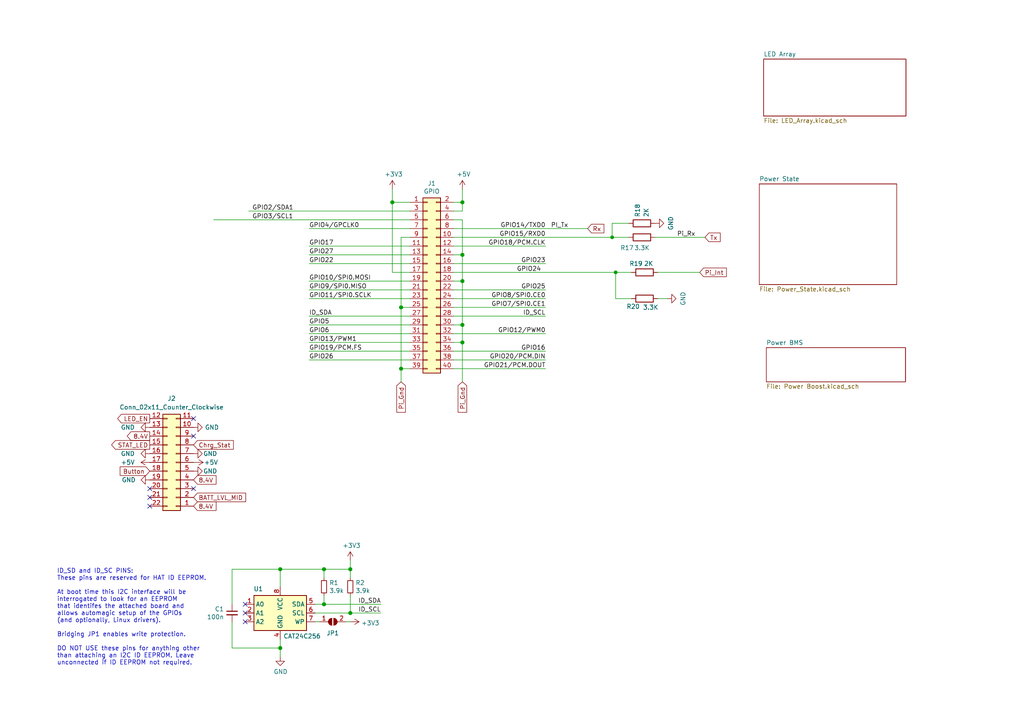
<source format=kicad_sch>
(kicad_sch (version 20230121) (generator eeschema)
  (paper "A4")
  (title_block (title "OpenActionCam") (date "2025-04-10") (rev "0.2") (company "KBader94") (comment 1 "https://github.com/kbader94/OpenActionCam"))
  (lib_symbols
    (symbol "+5V_1" (power) (pin_names (offset 0))
      (property "Value" "+5V_1" (at 0 3.556 0))
      (symbol "+5V_1_0_1"
        (polyline (pts (xy -0.762 1.27) (xy 0 2.54)))
        (polyline (pts (xy 0 0) (xy 0 2.54)))
        (polyline (pts (xy 0 2.54) (xy 0.762 1.27)))
      )
      (symbol "+5V_1_1_1"
        (pin power_in line (at 0 0 90) (length 0) hide (name "+5V") (number "1"))
      )
    )
    (symbol "Connector_Generic:Conn_02x11_Counter_Clockwise" (pin_names (offset 1.016) hide)
      (property "Reference" "J" (at 1.27 15.24 0))
      (property "Value" "Conn_02x11_Counter_Clockwise" (at 1.27 -15.24 0))
      (symbol "Conn_02x11_Counter_Clockwise_1_1"
        (rectangle (start -1.27 -12.573) (end 0 -12.827) (stroke (width 0.1524)))
        (rectangle (start -1.27 -10.033) (end 0 -10.287) (stroke (width 0.1524)))
        (rectangle (start -1.27 -7.493) (end 0 -7.747) (stroke (width 0.1524)))
        (rectangle (start -1.27 -4.953) (end 0 -5.207) (stroke (width 0.1524)))
        (rectangle (start -1.27 -2.413) (end 0 -2.667) (stroke (width 0.1524)))
        (rectangle (start -1.27 0.127) (end 0 -0.127) (stroke (width 0.1524)))
        (rectangle (start -1.27 2.667) (end 0 2.413) (stroke (width 0.1524)))
        (rectangle (start -1.27 5.207) (end 0 4.953) (stroke (width 0.1524)))
        (rectangle (start -1.27 7.747) (end 0 7.493) (stroke (width 0.1524)))
        (rectangle (start -1.27 10.287) (end 0 10.033) (stroke (width 0.1524)))
        (rectangle (start -1.27 12.827) (end 0 12.573) (stroke (width 0.1524)))
        (rectangle (start -1.27 13.97) (end 3.81 -13.97) (stroke (width 0.254)) (fill (type background)))
        (rectangle (start 3.81 -12.573) (end 2.54 -12.827) (stroke (width 0.1524)))
        (rectangle (start 3.81 -10.033) (end 2.54 -10.287) (stroke (width 0.1524)))
        (rectangle (start 3.81 -7.493) (end 2.54 -7.747) (stroke (width 0.1524)))
        (rectangle (start 3.81 -4.953) (end 2.54 -5.207) (stroke (width 0.1524)))
        (rectangle (start 3.81 -2.413) (end 2.54 -2.667) (stroke (width 0.1524)))
        (rectangle (start 3.81 0.127) (end 2.54 -0.127) (stroke (width 0.1524)))
        (rectangle (start 3.81 2.667) (end 2.54 2.413) (stroke (width 0.1524)))
        (rectangle (start 3.81 5.207) (end 2.54 4.953) (stroke (width 0.1524)))
        (rectangle (start 3.81 7.747) (end 2.54 7.493) (stroke (width 0.1524)))
        (rectangle (start 3.81 10.287) (end 2.54 10.033) (stroke (width 0.1524)))
        (rectangle (start 3.81 12.827) (end 2.54 12.573) (stroke (width 0.1524)))
        (pin passive line (at -5.08 12.7 0) (length 3.81) (name "Pin_1") (number "1"))
        (pin passive line (at -5.08 -10.16 0) (length 3.81) (name "Pin_10") (number "10"))
        (pin passive line (at -5.08 -12.7 0) (length 3.81) (name "Pin_11") (number "11"))
        (pin passive line (at 7.62 -12.7 180) (length 3.81) (name "Pin_12") (number "12"))
        (pin passive line (at 7.62 -10.16 180) (length 3.81) (name "Pin_13") (number "13"))
        (pin passive line (at 7.62 -7.62 180) (length 3.81) (name "Pin_14") (number "14"))
        (pin passive line (at 7.62 -5.08 180) (length 3.81) (name "Pin_15") (number "15"))
        (pin passive line (at 7.62 -2.54 180) (length 3.81) (name "Pin_16") (number "16"))
        (pin passive line (at 7.62 0 180) (length 3.81) (name "Pin_17") (number "17"))
        (pin passive line (at 7.62 2.54 180) (length 3.81) (name "Pin_18") (number "18"))
        (pin passive line (at 7.62 5.08 180) (length 3.81) (name "Pin_19") (number "19"))
        (pin passive line (at -5.08 10.16 0) (length 3.81) (name "Pin_2") (number "2"))
        (pin passive line (at 7.62 7.62 180) (length 3.81) (name "Pin_20") (number "20"))
        (pin passive line (at 7.62 10.16 180) (length 3.81) (name "Pin_21") (number "21"))
        (pin passive line (at 7.62 12.7 180) (length 3.81) (name "Pin_22") (number "22"))
        (pin passive line (at -5.08 7.62 0) (length 3.81) (name "Pin_3") (number "3"))
        (pin passive line (at -5.08 5.08 0) (length 3.81) (name "Pin_4") (number "4"))
        (pin passive line (at -5.08 2.54 0) (length 3.81) (name "Pin_5") (number "5"))
        (pin passive line (at -5.08 0 0) (length 3.81) (name "Pin_6") (number "6"))
        (pin passive line (at -5.08 -2.54 0) (length 3.81) (name "Pin_7") (number "7"))
        (pin passive line (at -5.08 -5.08 0) (length 3.81) (name "Pin_8") (number "8"))
        (pin passive line (at -5.08 -7.62 0) (length 3.81) (name "Pin_9") (number "9"))
      )
    )
    (symbol "Connector_Generic:Conn_02x20_Odd_Even" (pin_names (offset 1.016) hide)
      (property "Reference" "J" (at 1.27 25.4 0))
      (property "Value" "Conn_02x20_Odd_Even" (at 1.27 -27.94 0))
      (symbol "Conn_02x20_Odd_Even_1_1"
        (rectangle (start -1.27 -25.273) (end 0 -25.527) (stroke (width 0.1524)))
        (rectangle (start -1.27 -22.733) (end 0 -22.987) (stroke (width 0.1524)))
        (rectangle (start -1.27 -20.193) (end 0 -20.447) (stroke (width 0.1524)))
        (rectangle (start -1.27 -17.653) (end 0 -17.907) (stroke (width 0.1524)))
        (rectangle (start -1.27 -15.113) (end 0 -15.367) (stroke (width 0.1524)))
        (rectangle (start -1.27 -12.573) (end 0 -12.827) (stroke (width 0.1524)))
        (rectangle (start -1.27 -10.033) (end 0 -10.287) (stroke (width 0.1524)))
        (rectangle (start -1.27 -7.493) (end 0 -7.747) (stroke (width 0.1524)))
        (rectangle (start -1.27 -4.953) (end 0 -5.207) (stroke (width 0.1524)))
        (rectangle (start -1.27 -2.413) (end 0 -2.667) (stroke (width 0.1524)))
        (rectangle (start -1.27 0.127) (end 0 -0.127) (stroke (width 0.1524)))
        (rectangle (start -1.27 2.667) (end 0 2.413) (stroke (width 0.1524)))
        (rectangle (start -1.27 5.207) (end 0 4.953) (stroke (width 0.1524)))
        (rectangle (start -1.27 7.747) (end 0 7.493) (stroke (width 0.1524)))
        (rectangle (start -1.27 10.287) (end 0 10.033) (stroke (width 0.1524)))
        (rectangle (start -1.27 12.827) (end 0 12.573) (stroke (width 0.1524)))
        (rectangle (start -1.27 15.367) (end 0 15.113) (stroke (width 0.1524)))
        (rectangle (start -1.27 17.907) (end 0 17.653) (stroke (width 0.1524)))
        (rectangle (start -1.27 20.447) (end 0 20.193) (stroke (width 0.1524)))
        (rectangle (start -1.27 22.987) (end 0 22.733) (stroke (width 0.1524)))
        (rectangle (start -1.27 24.13) (end 3.81 -26.67) (stroke (width 0.254)) (fill (type background)))
        (rectangle (start 3.81 -25.273) (end 2.54 -25.527) (stroke (width 0.1524)))
        (rectangle (start 3.81 -22.733) (end 2.54 -22.987) (stroke (width 0.1524)))
        (rectangle (start 3.81 -20.193) (end 2.54 -20.447) (stroke (width 0.1524)))
        (rectangle (start 3.81 -17.653) (end 2.54 -17.907) (stroke (width 0.1524)))
        (rectangle (start 3.81 -15.113) (end 2.54 -15.367) (stroke (width 0.1524)))
        (rectangle (start 3.81 -12.573) (end 2.54 -12.827) (stroke (width 0.1524)))
        (rectangle (start 3.81 -10.033) (end 2.54 -10.287) (stroke (width 0.1524)))
        (rectangle (start 3.81 -7.493) (end 2.54 -7.747) (stroke (width 0.1524)))
        (rectangle (start 3.81 -4.953) (end 2.54 -5.207) (stroke (width 0.1524)))
        (rectangle (start 3.81 -2.413) (end 2.54 -2.667) (stroke (width 0.1524)))
        (rectangle (start 3.81 0.127) (end 2.54 -0.127) (stroke (width 0.1524)))
        (rectangle (start 3.81 2.667) (end 2.54 2.413) (stroke (width 0.1524)))
        (rectangle (start 3.81 5.207) (end 2.54 4.953) (stroke (width 0.1524)))
        (rectangle (start 3.81 7.747) (end 2.54 7.493) (stroke (width 0.1524)))
        (rectangle (start 3.81 10.287) (end 2.54 10.033) (stroke (width 0.1524)))
        (rectangle (start 3.81 12.827) (end 2.54 12.573) (stroke (width 0.1524)))
        (rectangle (start 3.81 15.367) (end 2.54 15.113) (stroke (width 0.1524)))
        (rectangle (start 3.81 17.907) (end 2.54 17.653) (stroke (width 0.1524)))
        (rectangle (start 3.81 20.447) (end 2.54 20.193) (stroke (width 0.1524)))
        (rectangle (start 3.81 22.987) (end 2.54 22.733) (stroke (width 0.1524)))
        (pin passive line (at -5.08 22.86 0) (length 3.81) (name "Pin_1") (number "1"))
        (pin passive line (at 7.62 12.7 180) (length 3.81) (name "Pin_10") (number "10"))
        (pin passive line (at -5.08 10.16 0) (length 3.81) (name "Pin_11") (number "11"))
        (pin passive line (at 7.62 10.16 180) (length 3.81) (name "Pin_12") (number "12"))
        (pin passive line (at -5.08 7.62 0) (length 3.81) (name "Pin_13") (number "13"))
        (pin passive line (at 7.62 7.62 180) (length 3.81) (name "Pin_14") (number "14"))
        (pin passive line (at -5.08 5.08 0) (length 3.81) (name "Pin_15") (number "15"))
        (pin passive line (at 7.62 5.08 180) (length 3.81) (name "Pin_16") (number "16"))
        (pin passive line (at -5.08 2.54 0) (length 3.81) (name "Pin_17") (number "17"))
        (pin passive line (at 7.62 2.54 180) (length 3.81) (name "Pin_18") (number "18"))
        (pin passive line (at -5.08 0 0) (length 3.81) (name "Pin_19") (number "19"))
        (pin passive line (at 7.62 22.86 180) (length 3.81) (name "Pin_2") (number "2"))
        (pin passive line (at 7.62 0 180) (length 3.81) (name "Pin_20") (number "20"))
        (pin passive line (at -5.08 -2.54 0) (length 3.81) (name "Pin_21") (number "21"))
        (pin passive line (at 7.62 -2.54 180) (length 3.81) (name "Pin_22") (number "22"))
        (pin passive line (at -5.08 -5.08 0) (length 3.81) (name "Pin_23") (number "23"))
        (pin passive line (at 7.62 -5.08 180) (length 3.81) (name "Pin_24") (number "24"))
        (pin passive line (at -5.08 -7.62 0) (length 3.81) (name "Pin_25") (number "25"))
        (pin passive line (at 7.62 -7.62 180) (length 3.81) (name "Pin_26") (number "26"))
        (pin passive line (at -5.08 -10.16 0) (length 3.81) (name "Pin_27") (number "27"))
        (pin passive line (at 7.62 -10.16 180) (length 3.81) (name "Pin_28") (number "28"))
        (pin passive line (at -5.08 -12.7 0) (length 3.81) (name "Pin_29") (number "29"))
        (pin passive line (at -5.08 20.32 0) (length 3.81) (name "Pin_3") (number "3"))
        (pin passive line (at 7.62 -12.7 180) (length 3.81) (name "Pin_30") (number "30"))
        (pin passive line (at -5.08 -15.24 0) (length 3.81) (name "Pin_31") (number "31"))
        (pin passive line (at 7.62 -15.24 180) (length 3.81) (name "Pin_32") (number "32"))
        (pin passive line (at -5.08 -17.78 0) (length 3.81) (name "Pin_33") (number "33"))
        (pin passive line (at 7.62 -17.78 180) (length 3.81) (name "Pin_34") (number "34"))
        (pin passive line (at -5.08 -20.32 0) (length 3.81) (name "Pin_35") (number "35"))
        (pin passive line (at 7.62 -20.32 180) (length 3.81) (name "Pin_36") (number "36"))
        (pin passive line (at -5.08 -22.86 0) (length 3.81) (name "Pin_37") (number "37"))
        (pin passive line (at 7.62 -22.86 180) (length 3.81) (name "Pin_38") (number "38"))
        (pin passive line (at -5.08 -25.4 0) (length 3.81) (name "Pin_39") (number "39"))
        (pin passive line (at 7.62 20.32 180) (length 3.81) (name "Pin_4") (number "4"))
        (pin passive line (at 7.62 -25.4 180) (length 3.81) (name "Pin_40") (number "40"))
        (pin passive line (at -5.08 17.78 0) (length 3.81) (name "Pin_5") (number "5"))
        (pin passive line (at 7.62 17.78 180) (length 3.81) (name "Pin_6") (number "6"))
        (pin passive line (at -5.08 15.24 0) (length 3.81) (name "Pin_7") (number "7"))
        (pin passive line (at 7.62 15.24 180) (length 3.81) (name "Pin_8") (number "8"))
        (pin passive line (at -5.08 12.7 0) (length 3.81) (name "Pin_9") (number "9"))
      )
    )
    (symbol "Device:C_Small" (pin_numbers hide) (pin_names (offset 0.254) hide)
      (property "Reference" "C" (at 0.254 1.778 0))
      (property "Value" "C_Small" (at 0.254 -2.032 0))
      (symbol "C_Small_0_1"
        (polyline (pts (xy -1.524 -0.508) (xy 1.524 -0.508)) (stroke (width 0.3302)))
        (polyline (pts (xy -1.524 0.508) (xy 1.524 0.508)) (stroke (width 0.3048)))
      )
      (symbol "C_Small_1_1"
        (pin passive line (at 0 2.54 270) (length 2.032) (name "~") (number "1"))
        (pin passive line (at 0 -2.54 90) (length 2.032) (name "~") (number "2"))
      )
    )
    (symbol "Device:R" (pin_numbers hide) (pin_names (offset 0))
      (property "Reference" "R" (at 2.032 0 90))
      (property "Value" "R" (at 0 0 90))
      (symbol "R_0_1"
        (rectangle (start -1.016 -2.54) (end 1.016 2.54) (stroke (width 0.254)))
      )
      (symbol "R_1_1"
        (pin passive line (at 0 3.81 270) (length 1.27) (name "~") (number "1"))
        (pin passive line (at 0 -3.81 90) (length 1.27) (name "~") (number "2"))
      )
    )
    (symbol "Device:R_Small" (pin_numbers hide) (pin_names (offset 0.254) hide)
      (property "Reference" "R" (at 0.762 0.508 0))
      (property "Value" "R_Small" (at 0.762 -1.016 0))
      (symbol "R_Small_0_1"
        (rectangle (start -0.762 1.778) (end 0.762 -1.778) (stroke (width 0.2032)))
      )
      (symbol "R_Small_1_1"
        (pin passive line (at 0 2.54 270) (length 0.762) (name "~") (number "1"))
        (pin passive line (at 0 -2.54 90) (length 0.762) (name "~") (number "2"))
      )
    )
    (symbol "GND_1" (power) (pin_names (offset 0))
      (property "Value" "GND_1" (at 0 -3.81 0))
      (symbol "GND_1_0_1"
        (polyline (pts (xy 0 0) (xy 0 -1.27) (xy 1.27 -1.27) (xy 0 -2.54) (xy -1.27 -1.27) (xy 0 -1.27)))
      )
      (symbol "GND_1_1_1"
        (pin power_in line (at 0 0 270) (length 0) hide (name "GND") (number "1"))
      )
    )
    (symbol "GND_2" (power) (pin_names (offset 0))
      (property "Value" "GND_2" (at 0 -3.81 0))
      (symbol "GND_2_0_1"
        (polyline (pts (xy 0 0) (xy 0 -1.27) (xy 1.27 -1.27) (xy 0 -2.54) (xy -1.27 -1.27) (xy 0 -1.27)))
      )
      (symbol "GND_2_1_1"
        (pin power_in line (at 0 0 270) (length 0) hide (name "GND") (number "1"))
      )
    )
    (symbol "Jumper:SolderJumper_2_Open" (pin_names (offset 0) hide)
      (property "Reference" "JP" (at 0 2.032 0))
      (property "Value" "SolderJumper_2_Open" (at 0 -2.54 0))
      (symbol "SolderJumper_2_Open_0_1"
        (arc (start -0.254 1.016) (mid -1.2656 0) (end -0.254 -1.016))
        (arc (start -0.254 1.016) (mid -1.2656 0) (end -0.254 -1.016) (fill (type outline)))
        (polyline (pts (xy -0.254 1.016) (xy -0.254 -1.016)))
        (polyline (pts (xy 0.254 1.016) (xy 0.254 -1.016)))
        (arc (start 0.254 -1.016) (mid 1.2656 0) (end 0.254 1.016))
        (arc (start 0.254 -1.016) (mid 1.2656 0) (end 0.254 1.016) (fill (type outline)))
      )
      (symbol "SolderJumper_2_Open_1_1"
        (pin passive line (at -3.81 0 0) (length 2.54) (name "A") (number "1"))
        (pin passive line (at 3.81 0 180) (length 2.54) (name "B") (number "2"))
      )
    )
    (symbol "Memory_EEPROM:CAT24C256"
      (property "Reference" "U" (at -6.35 6.35 0))
      (property "Value" "CAT24C256" (at 1.27 6.35 0))
      (symbol "CAT24C256_1_1"
        (rectangle (start -7.62 5.08) (end 7.62 -5.08) (stroke (width 0.254)) (fill (type background)))
        (pin input line (at -10.16 2.54 0) (length 2.54) (name "A0") (number "1"))
        (pin input line (at -10.16 0 0) (length 2.54) (name "A1") (number "2"))
        (pin input line (at -10.16 -2.54 0) (length 2.54) (name "A2") (number "3"))
        (pin power_in line (at 0 -7.62 90) (length 2.54) (name "GND") (number "4"))
        (pin bidirectional line (at 10.16 2.54 180) (length 2.54) (name "SDA") (number "5"))
        (pin input line (at 10.16 0 180) (length 2.54) (name "SCL") (number "6"))
        (pin input line (at 10.16 -2.54 180) (length 2.54) (name "WP") (number "7"))
        (pin power_in line (at 0 7.62 270) (length 2.54) (name "VCC") (number "8"))
      )
    )
    (symbol "power:+3.3V" (power) (pin_names (offset 0))
      (property "Value" "+3.3V" (at 0 3.556 0))
      (symbol "+3.3V_0_1"
        (polyline (pts (xy -0.762 1.27) (xy 0 2.54)))
        (polyline (pts (xy 0 0) (xy 0 2.54)))
        (polyline (pts (xy 0 2.54) (xy 0.762 1.27)))
      )
      (symbol "+3.3V_1_1"
        (pin power_in line (at 0 0 90) (length 0) hide (name "+3V3") (number "1"))
      )
    )
    (symbol "power:+5V" (power) (pin_names (offset 0))
      (property "Value" "+5V" (at 0 3.556 0))
      (symbol "+5V_0_1"
        (polyline (pts (xy -0.762 1.27) (xy 0 2.54)))
        (polyline (pts (xy 0 0) (xy 0 2.54)))
        (polyline (pts (xy 0 2.54) (xy 0.762 1.27)))
      )
      (symbol "+5V_1_1"
        (pin power_in line (at 0 0 90) (length 0) hide (name "+5V") (number "1"))
      )
    )
    (symbol "power:GND" (power) (pin_names (offset 0))
      (property "Value" "GND" (at 0 -3.81 0))
      (symbol "GND_0_1"
        (polyline (pts (xy 0 0) (xy 0 -1.27) (xy 1.27 -1.27) (xy 0 -2.54) (xy -1.27 -1.27) (xy 0 -1.27)))
      )
      (symbol "GND_1_1"
        (pin power_in line (at 0 0 270) (length 0) hide (name "GND") (number "1"))
      )
    )
  )
  (junction (at 134.112 94.234) (diameter 1.016))
  (junction (at 101.6 165.1) (diameter 1.016))
  (junction (at 113.792 58.674) (diameter 1.016))
  (junction (at 134.112 99.314) (diameter 1.016))
  (junction (at 93.98 175.26) (diameter 1.016))
  (junction (at 116.332 89.154) (diameter 1.016))
  (junction (at 178.562 78.994))
  (junction (at 134.112 81.534) (diameter 1.016))
  (junction (at 134.112 73.914) (diameter 1.016))
  (junction (at 93.98 165.1) (diameter 1.016))
  (junction (at 81.28 187.96) (diameter 1.016))
  (junction (at 81.28 165.1) (diameter 1.016))
  (junction (at 177.546 68.834))
  (junction (at 116.332 106.934) (diameter 1.016))
  (junction (at 134.112 58.674) (diameter 1.016))
  (junction (at 101.6 177.8) (diameter 1.016))
  (no_connect (at 71.12 175.26))
  (no_connect (at 71.12 177.8))
  (no_connect (at 71.12 180.34))
  (no_connect (at 56.134 126.492))
  (no_connect (at 43.434 146.812))
  (no_connect (at 56.134 121.412))
  (no_connect (at 43.434 141.732))
  (no_connect (at 43.434 144.272))
  (no_connect (at 56.134 141.732))
  (wire (pts (xy 116.332 89.154) (xy 116.332 106.934)))
  (wire (pts (xy 131.572 89.154) (xy 158.242 89.154)))
  (wire (pts (xy 190.754 78.994) (xy 202.946 78.994)))
  (wire (pts (xy 118.872 71.374) (xy 89.662 71.374)))
  (wire (pts (xy 81.28 165.1) (xy 93.98 165.1)))
  (wire (pts (xy 101.6 165.1) (xy 93.98 165.1)))
  (wire (pts (xy 101.6 167.64) (xy 101.6 165.1)))
  (wire (pts (xy 134.112 63.754) (xy 134.112 73.914)))
  (wire (pts (xy 134.112 81.534) (xy 131.572 81.534)))
  (wire (pts (xy 134.112 94.234) (xy 134.112 99.314)))
  (wire (pts (xy 134.112 81.534) (xy 134.112 94.234)))
  (wire (pts (xy 131.572 66.294) (xy 170.434 66.294)))
  (wire (pts (xy 116.332 68.834) (xy 116.332 89.154)))
  (wire (pts (xy 91.44 175.26) (xy 93.98 175.26)))
  (wire (pts (xy 93.98 175.26) (xy 110.49 175.26)))
  (wire (pts (xy 116.332 68.834) (xy 118.872 68.834)))
  (wire (pts (xy 91.44 180.34) (xy 92.71 180.34)))
  (wire (pts (xy 100.33 180.34) (xy 101.6 180.34)))
  (wire (pts (xy 131.572 86.614) (xy 158.242 86.614)))
  (wire (pts (xy 118.872 91.694) (xy 89.662 91.694)))
  (wire (pts (xy 178.562 86.614) (xy 178.562 78.994)))
  (wire (pts (xy 89.662 94.234) (xy 118.872 94.234)))
  (wire (pts (xy 116.332 89.154) (xy 118.872 89.154)))
  (wire (pts (xy 101.6 162.56) (xy 101.6 165.1)))
  (wire (pts (xy 131.572 76.454) (xy 158.242 76.454)))
  (wire (pts (xy 81.28 165.1) (xy 81.28 170.18)))
  (wire (pts (xy 131.572 106.934) (xy 158.242 106.934)))
  (wire (pts (xy 116.332 106.934) (xy 116.332 110.744)))
  (wire (pts (xy 89.662 73.914) (xy 118.872 73.914)))
  (wire (pts (xy 101.6 172.72) (xy 101.6 177.8)))
  (wire (pts (xy 113.792 54.864) (xy 113.792 58.674)))
  (wire (pts (xy 134.112 99.314) (xy 131.572 99.314)))
  (wire (pts (xy 182.372 64.77) (xy 177.546 64.77)))
  (wire (pts (xy 89.662 86.614) (xy 118.872 86.614)))
  (wire (pts (xy 113.792 78.994) (xy 118.872 78.994)))
  (wire (pts (xy 134.112 58.674) (xy 134.112 61.214)))
  (wire (pts (xy 134.112 73.914) (xy 134.112 81.534)))
  (wire (pts (xy 131.572 71.374) (xy 158.242 71.374)))
  (wire (pts (xy 134.112 73.914) (xy 131.572 73.914)))
  (wire (pts (xy 134.112 54.864) (xy 134.112 58.674)))
  (wire (pts (xy 89.662 66.294) (xy 118.872 66.294)))
  (wire (pts (xy 93.98 165.1) (xy 93.98 167.64)))
  (wire (pts (xy 134.112 58.674) (xy 131.572 58.674)))
  (wire (pts (xy 113.792 58.674) (xy 113.792 78.994)))
  (wire (pts (xy 93.98 172.72) (xy 93.98 175.26)))
  (wire (pts (xy 91.44 177.8) (xy 101.6 177.8)))
  (wire (pts (xy 101.6 177.8) (xy 110.49 177.8)))
  (wire (pts (xy 89.662 76.454) (xy 118.872 76.454)))
  (wire (pts (xy 89.662 84.074) (xy 118.872 84.074)))
  (wire (pts (xy 89.662 96.774) (xy 118.872 96.774)))
  (wire (pts (xy 177.546 64.77) (xy 177.546 68.834)))
  (wire (pts (xy 56.134 134.112) (xy 56.388 134.112)))
  (wire (pts (xy 134.112 61.214) (xy 131.572 61.214)))
  (wire (pts (xy 189.992 68.834) (xy 204.47 68.834)))
  (wire (pts (xy 89.662 101.854) (xy 118.872 101.854)))
  (wire (pts (xy 131.572 101.854) (xy 158.242 101.854)))
  (wire (pts (xy 131.572 96.774) (xy 158.242 96.774)))
  (wire (pts (xy 116.332 106.934) (xy 118.872 106.934)))
  (wire (pts (xy 131.572 104.394) (xy 158.242 104.394)))
  (wire (pts (xy 182.372 68.834) (xy 177.546 68.834)))
  (wire (pts (xy 134.112 63.754) (xy 131.572 63.754)))
  (wire (pts (xy 89.662 104.394) (xy 118.872 104.394)))
  (wire (pts (xy 178.562 78.994) (xy 183.134 78.994)))
  (wire (pts (xy 118.872 61.214) (xy 72.136 61.214)))
  (wire (pts (xy 131.572 78.994) (xy 178.562 78.994)))
  (wire (pts (xy 67.31 165.1) (xy 67.31 175.26)))
  (wire (pts (xy 67.31 180.34) (xy 67.31 187.96)))
  (wire (pts (xy 67.31 187.96) (xy 81.28 187.96)))
  (wire (pts (xy 81.28 165.1) (xy 67.31 165.1)))
  (wire (pts (xy 61.976 63.754) (xy 118.872 63.754)))
  (wire (pts (xy 81.28 185.42) (xy 81.28 187.96)))
  (wire (pts (xy 81.28 187.96) (xy 81.28 190.5)))
  (wire (pts (xy 131.572 68.834) (xy 177.546 68.834)))
  (wire (pts (xy 134.112 99.314) (xy 134.112 110.744)))
  (wire (pts (xy 131.572 84.074) (xy 158.242 84.074)))
  (wire (pts (xy 118.872 99.314) (xy 89.662 99.314)))
  (wire (pts (xy 193.548 86.614) (xy 190.754 86.614)))
  (wire (pts (xy 134.112 94.234) (xy 131.572 94.234)))
  (wire (pts (xy 113.792 58.674) (xy 118.872 58.674)))
  (wire (pts (xy 178.562 86.614) (xy 183.134 86.614)))
  (wire (pts (xy 118.872 81.534) (xy 89.662 81.534)))
  (wire (pts (xy 131.572 91.694) (xy 158.242 91.694)))
  (text "ID_SD and ID_SC PINS:\nThese pins are reserved for HAT ID EEPROM.\n\nAt boot time this I2C interface will be\ninterrogated to look for an EEPROM\nthat identifes the attached board and\nallows automagic setup of the GPIOs\n(and optionally, Linux drivers).\n\nBridging JP1 enables write protection.\n\nDO NOT USE these pins for anything other\nthan attaching an I2C ID EEPROM. Leave\nunconnected if ID EEPROM not required." (at 16.51 193.04 0) (effects (font (size 1.27 1.27)) (justify left bottom)))
  (label "ID_SDA" (at 89.662 91.694 0))
  (label "GPIO6" (at 89.662 96.774 0))
  (label "ID_SDA" (at 110.49 175.26 180))
  (label "ID_SCL" (at 158.242 91.694 180))
  (label "GPIO5" (at 89.662 94.234 0))
  (label "GPIO21{slash}PCM.DOUT" (at 158.242 106.934 180))
  (label "GPIO19{slash}PCM.FS" (at 89.662 101.854 0))
  (label "GPIO10{slash}SPI0.MOSI" (at 89.662 81.534 0))
  (label "Pi_Rx" (at 196.342 68.834 0))
  (label "GPIO9{slash}SPI0.MISO" (at 89.662 84.074 0))
  (label "GPIO23" (at 158.242 76.454 180))
  (label "GPIO4{slash}GPCLK0" (at 89.662 66.294 0))
  (label "GPIO27" (at 89.662 73.914 0))
  (label "GPIO26" (at 89.662 104.394 0))
  (label "GPIO14{slash}TXD0" (at 158.242 66.294 180))
  (label "GPIO8{slash}SPI0.CE0" (at 158.242 86.614 180))
  (label "GPIO15{slash}RXD0" (at 158.242 68.834 180))
  (label "GPIO16" (at 158.242 101.854 180))
  (label "GPIO22" (at 89.662 76.454 0))
  (label "GPIO2{slash}SDA1" (at 73.152 61.214 0))
  (label "GPIO17" (at 89.662 71.374 0))
  (label "GPIO25" (at 158.242 84.074 180))
  (label "GPIO3{slash}SCL1" (at 73.152 63.754 0))
  (label "GPIO18{slash}PCM.CLK" (at 158.242 71.374 180))
  (label "GPIO12{slash}PWM0" (at 158.242 96.774 180))
  (label "GPIO13{slash}PWM1" (at 89.662 99.314 0))
  (label "GPIO20{slash}PCM.DIN" (at 158.242 104.394 180))
  (label "GPIO24" (at 156.972 78.994 180))
  (label "GPIO7{slash}SPI0.CE1" (at 158.242 89.154 180))
  (label "ID_SCL" (at 110.49 177.8 180))
  (label "PI_Tx" (at 159.766 66.294 0))
  (label "GPIO11{slash}SPI0.SCLK" (at 89.662 86.614 0))
  (global_label "Button" (shape input) (at 43.434 136.652 180) (property "Intersheetrefs" "${INTERSHEET_REFS}" (effects hide)))
  (global_label "Pi_Gnd" (shape input) (at 134.112 110.744 270) (property "Intersheetrefs" "${INTERSHEET_REFS}" (effects hide)))
  (global_label "8.4V" (shape input) (at 56.134 146.812 0) (property "Intersheetrefs" "${INTERSHEET_REFS}" (effects hide)))
  (global_label "8.4V" (shape input) (at 56.134 139.192 0) (property "Intersheetrefs" "${INTERSHEET_REFS}" (effects hide)))
  (global_label "STAT_LED" (shape output) (at 43.434 129.032 180) (property "Intersheetrefs" "${INTERSHEET_REFS}" (effects hide)))
  (global_label "Chrg_Stat" (shape input) (at 56.134 129.032 0) (property "Intersheetrefs" "${INTERSHEET_REFS}" (effects hide)))
  (global_label "Rx" (shape input) (at 170.434 66.294 0) (property "Intersheetrefs" "${INTERSHEET_REFS}" (effects hide)))
  (global_label "8.4V" (shape output) (at 43.434 126.492 180) (property "Intersheetrefs" "${INTERSHEET_REFS}" (effects hide)))
  (global_label "Pi_Int" (shape input) (at 202.946 78.994 0) (property "Intersheetrefs" "${INTERSHEET_REFS}" (effects hide)))
  (global_label "LED_EN" (shape output) (at 43.434 121.412 180) (property "Intersheetrefs" "${INTERSHEET_REFS}" (effects hide)))
  (global_label "BATT_LVL_MID" (shape input) (at 56.134 144.272 0) (property "Intersheetrefs" "${INTERSHEET_REFS}" (effects hide)))
  (global_label "Pi_Gnd" (shape input) (at 116.332 110.744 270) (property "Intersheetrefs" "${INTERSHEET_REFS}" (effects hide)))
  (global_label "Tx" (shape input) (at 204.47 68.834 0) (property "Intersheetrefs" "${INTERSHEET_REFS}" (effects hide)))
  (symbol (lib_id "power:+5V") (at 134.112 54.864 0) (unit 1)
    (property "Reference" "#PWR01" (effects hide))
    (property "Value" "+5V" (at 134.4803 50.5396 0))
  )
  (symbol (lib_id "power:+3.3V") (at 113.792 54.864 0) (unit 1)
    (property "Reference" "#PWR04" (effects hide))
    (property "Value" "+3.3V" (at 114.1603 50.5396 0))
  )
  (symbol (lib_id "Connector_Generic:Conn_02x20_Odd_Even") (at 123.952 81.534 0) (unit 1)
    (property "Reference" "J1" (at 125.222 53.1938 0))
    (property "Value" "GPIO" (at 125.222 55.499 0))
    (property "Footprint" "Module:Raspberry_Pi_Zero_Socketed_THT_FaceDown_MountingHoles" (effects hide))
  )
  (symbol (lib_id "power:GND") (at 56.134 136.652 90) (unit 1)
    (property "Reference" "#PWR060" (effects hide))
    (property "Value" "GND" (at 60.96 136.652 90))
  )
  (symbol (lib_id "Device:R") (at 186.182 68.834 270) (unit 1)
    (property "Reference" "R17" (at 181.864 71.882 90))
    (property "Value" "3.3K" (at 186.182 71.882 90))
    (property "Footprint" "Resistor_SMD:R_0603_1608Metric_Pad0.98x0.95mm_HandSolder" (effects hide))
  )
  (symbol (lib_id "Device:C_Small") (at 67.31 177.8 0) (unit 1)
    (property "Reference" "C1" (at 64.9858 176.6506 0) (effects (justify right)))
    (property "Value" "100n" (at 64.9858 178.9493 0) (effects (justify right)))
    (property "Footprint" "Capacitor_SMD:C_0603_1608Metric_Pad1.08x0.95mm_HandSolder" (effects hide))
  )
  (symbol (lib_id "Device:R_Small") (at 93.98 170.18 0) (unit 1)
    (property "Reference" "R1" (at 95.4786 169.037 0) (effects (justify left)))
    (property "Value" "3.9k" (at 95.4787 171.3293 0) (effects (justify left)))
    (property "Footprint" "Resistor_SMD:R_0603_1608Metric_Pad0.98x0.95mm_HandSolder" (effects hide))
  )
  (symbol (lib_id "power:GND") (at 43.434 131.572 270) (mirror x) (unit 1)
    (property "Reference" "#PWR067" (effects hide))
    (property "Value" "GND" (at 39.116 131.572 90) (effects (justify right)))
  )
  (symbol (lib_id "power:GND") (at 56.134 123.952 90) (unit 1)
    (property "Reference" "#PWR066" (effects hide))
    (property "Value" "GND" (at 61.468 123.952 90))
  )
  (symbol (lib_name "+5V_1") (lib_id "power:+5V") (at 43.434 134.112 90) (mirror x) (unit 1)
    (property "Reference" "#PWR07" (effects hide))
    (property "Value" "+5V" (at 39.116 134.112 90) (effects (justify left)))
  )
  (symbol (lib_id "Jumper:SolderJumper_2_Open") (at 96.52 180.34 0) (unit 1)
    (property "Reference" "JP1" (at 96.52 183.623 0))
    (property "Value" "ID_WP" (effects hide))
    (property "Footprint" "Jumper:SolderJumper-2_P1.3mm_Open_Pad1.0x1.5mm" (effects hide))
  )
  (symbol (lib_id "Device:R") (at 186.944 78.994 270) (unit 1)
    (property "Reference" "R20" (at 183.642 88.9 90))
    (property "Value" "3.3K" (at 188.722 89.154 90))
    (property "Footprint" "Resistor_SMD:R_0603_1608Metric_Pad0.98x0.95mm_HandSolder" (effects hide))
  )
  (symbol (lib_id "Device:R_Small") (at 101.6 170.18 0) (unit 1)
    (property "Reference" "R2" (at 103.0986 169.037 0) (effects (justify left)))
    (property "Value" "3.9k" (at 103.0987 171.3293 0) (effects (justify left)))
    (property "Footprint" "Resistor_SMD:R_0603_1608Metric_Pad0.98x0.95mm_HandSolder" (effects hide))
  )
  (symbol (lib_id "power:+3.3V") (at 101.6 162.56 0) (unit 1)
    (property "Reference" "#PWR0101" (effects hide))
    (property "Value" "+3.3V" (at 101.9683 158.2356 0))
  )
  (symbol (lib_id "Device:R") (at 186.182 64.77 90) (unit 1)
    (property "Reference" "R18" (at 184.912 62.992 0) (effects (justify left)))
    (property "Value" "2K" (at 187.452 62.992 0) (effects (justify left)))
    (property "Footprint" "Resistor_SMD:R_0603_1608Metric_Pad0.98x0.95mm_HandSolder" (effects hide))
  )
  (symbol (lib_id "Memory_EEPROM:CAT24C256") (at 81.28 177.8 0) (unit 1)
    (property "Reference" "U1" (at 74.93 170.7958 0))
    (property "Value" "CAT24C256" (at 87.63 184.5245 0))
    (property "Footprint" "CAT24C256WI-GT3:SOIC127P600X175-8N" (effects hide))
    (property "Datasheet" "https://www.onsemi.cn/PowerSolutions/document/CAT24C256-D.PDF" (effects hide))
  )
  (symbol (lib_id "power:GND") (at 56.134 131.572 90) (unit 1)
    (property "Reference" "#PWR064" (effects hide))
    (property "Value" "GND" (at 60.96 131.572 90))
  )
  (symbol (lib_id "power:+5V") (at 56.388 134.112 270) (unit 1)
    (property "Reference" "#PWR061" (effects hide))
    (property "Value" "+5V" (at 61.214 134.112 90))
  )
  (symbol (lib_id "Connector_Generic:Conn_02x11_Counter_Clockwise") (at 51.054 134.112 180) (unit 1)
    (property "Reference" "J2" (at 49.784 115.57 0))
    (property "Value" "Conn_02x11_Counter_Clockwise" (at 49.784 118.11 0))
    (property "Footprint" "Board:Board_outline" (effects hide))
  )
  (symbol (lib_id "Device:R") (at 186.944 86.614 90) (unit 1)
    (property "Reference" "R19" (at 186.436 76.454 90) (effects (justify left)))
    (property "Value" "2K" (at 189.484 76.454 90) (effects (justify left)))
    (property "Footprint" "Resistor_SMD:R_0603_1608Metric_Pad0.98x0.95mm_HandSolder" (effects hide))
  )
  (symbol (lib_id "power:GND") (at 81.28 190.5 0) (unit 1)
    (property "Reference" "#PWR0102" (effects hide))
    (property "Value" "GND" (at 81.3943 194.8244 0))
  )
  (symbol (lib_name "GND_2") (lib_id "power:GND") (at 43.434 139.192 270) (unit 1)
    (property "Reference" "#PWR073" (effects hide))
    (property "Value" "GND" (at 39.37 139.192 90) (effects (justify right)))
  )
  (symbol (lib_name "GND_1") (lib_id "power:GND") (at 193.548 86.614 90) (unit 1)
    (property "Reference" "#PWR038" (effects hide))
    (property "Value" "GND" (at 198.12 86.614 0))
  )
  (symbol (lib_id "power:GND") (at 43.434 123.952 270) (mirror x) (unit 1)
    (property "Reference" "#PWR05" (effects hide))
    (property "Value" "GND" (at 39.116 123.952 90) (effects (justify right)))
  )
  (symbol (lib_id "power:+3.3V") (at 101.6 180.34 270) (unit 1)
    (property "Reference" "#PWR0103" (effects hide))
    (property "Value" "+3.3V" (at 104.7751 180.7083 90) (effects (justify left)))
  )
  (symbol (lib_name "GND_1") (lib_id "power:GND") (at 189.992 64.77 90) (unit 1)
    (property "Reference" "#PWR037" (effects hide))
    (property "Value" "GND" (at 194.564 64.77 0))
  )
  (sheet (at 221.488 17.145) (size 41.275 16.51) (stroke (width 0.1524))
    (property "Sheetname" "LED Array" (at 221.488 16.4334 0) (effects (justify left bottom)))
    (property "Sheetfile" "LED_Array.kicad_sch" (at 221.488 34.2396 0) (effects (justify left top)))
  )
  (sheet (at 220.218 53.34) (size 39.878 29.21) (stroke (width 0.1524))
    (property "Sheetname" "Power State" (at 220.218 52.6284 0) (effects (justify left bottom)))
    (property "Sheetfile" "Power_State.kicad_sch" (at 220.218 83.1346 0) (effects (justify left top)))
  )
  (sheet (at 222.25 100.838) (size 40.386 9.906) (stroke (width 0.1524))
    (property "Sheetname" "Power BMS" (at 222.25 100.1264 0) (effects (justify left bottom)))
    (property "Sheetfile" "Power Boost.kicad_sch" (at 222.25 111.3286 0) (effects (justify left top)))
  )
)
</source>
